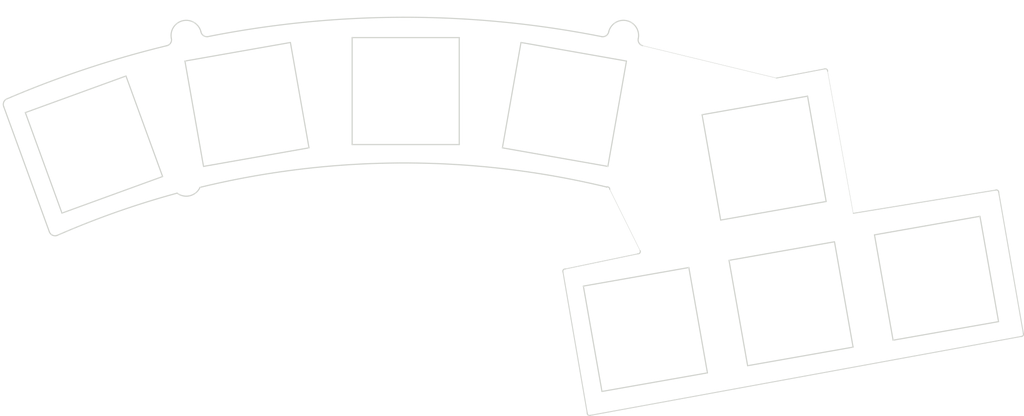
<source format=kicad_pcb>
(kicad_pcb (version 20221018) (generator pcbnew)
  (layers (0 "F.Cu" signal) (31 "B.Cu" signal) (34 "B.Paste" user) (35 "F.Paste" user) (36 "B.SilkS" user "B.Silkscreen") (37 "F.SilkS" user "F.Silkscreen") (38 "B.Mask" user) (39 "F.Mask" user) (44 "Edge.Cuts" user))
  (net 0 "")
  (footprint "" (layer "F.Cu") (at 41.0764 105.016604)
    (fp_text reference "" (at 0 0) (layer "F.SilkS") (effects (font (size 1.27 1.27))))
    (fp_text value "" (at 0 0) (layer "F.SilkS") (effects (font (size 1.27 1.27))))
  )
  (footprint "#footprint:Keyswitch_Plate_Hole" (layer "F.Cu") (at 69.6264 92.166604)
    (fp_text reference "SW28" hide)
    (fp_text value "SW_Push" hide)
    (fp_line (start -7 -7) (end -7 7) (stroke (width 0.15)) (layer "Edge.Cuts"))
    (fp_line (start 7 -7) (end -7 -7) (stroke (width 0.15)) (layer "Edge.Cuts"))
    (fp_line (start 7 -7) (end 7 7) (stroke (width 0.15)) (layer "Edge.Cuts"))
    (fp_line (start 7 7) (end -7 7) (stroke (width 0.15)) (layer "Edge.Cuts"))
  )
  (footprint "" (layer "F.Cu") (at 60.376406 99.766601)
    (fp_text reference "" (at 0 0) (layer "F.SilkS") (effects (font (size 1.27 1.27))))
    (fp_text value "" (at 0 0) (layer "F.SilkS") (effects (font (size 1.27 1.27))))
  )
  (footprint "#footprint:M2_Hole" (layer "F.Cu") (at 71.979992 82.516049)
    (fp_text reference "H9" hide)
    (fp_text value "MountingHole" hide)
    (pad "" np_thru_hole circle (at -30.979992 21.483951) (size 1.95 1.95) (drill 1.95) (layers "*.Cu" "*.Mask"))
  )
  (footprint "" (layer "F.Cu") (at 97.9764 85.716604)
    (fp_text reference "" (at 0 0) (layer "F.SilkS") (effects (font (size 1.27 1.27))))
    (fp_text value "" (at 0 0) (layer "F.SilkS") (effects (font (size 1.27 1.27))))
  )
  (footprint "#footprint:M2_Hole" (layer "F.Cu") (at 98.088137 103.938863)
    (fp_text reference "H8" hide)
    (fp_text value "MountingHole" hide)
    (pad "" np_thru_hole circle (at 0 0) (size 1.95 1.95) (drill 1.95) (layers "*.Cu" "*.Mask"))
    (pad "" np_thru_hole circle (at 12.911863 18.061137) (size 1.95 1.95) (drill 1.95) (layers "*.Cu" "*.Mask"))
    (pad "" np_thru_hole circle (at 19.911863 6.061137) (size 1.95 1.95) (drill 1.95) (layers "*.Cu" "*.Mask"))
    (pad "" np_thru_hole circle (at 31.911863 15.061137) (size 1.95 1.95) (drill 1.95) (layers "*.Cu" "*.Mask"))
  )
  (footprint "#footprint:Keyswitch_Plate_Hole" (layer "F.Cu") (at 48.8764 93.916604 10)
    (fp_text reference "SW26" hide)
    (fp_text value "SW_Push" hide)
    (fp_line (start -7 -7) (end -7 7) (stroke (width 0.15)) (layer "Edge.Cuts"))
    (fp_line (start 7 -7) (end -7 -7) (stroke (width 0.15)) (layer "Edge.Cuts"))
    (fp_line (start 7 -7) (end 7 7) (stroke (width 0.15)) (layer "Edge.Cuts"))
    (fp_line (start 7 7) (end -7 7) (stroke (width 0.15)) (layer "Edge.Cuts"))
  )
  (footprint "#footprint:Keyswitch_Plate_Hole" (layer "F.Cu") (at 90.3764 93.916604 -10)
    (fp_text reference "SW29" hide)
    (fp_text value "SW_Push" hide)
    (fp_line (start -7 -7) (end -7 7) (stroke (width 0.15)) (layer "Edge.Cuts"))
    (fp_line (start 7 -7) (end -7 -7) (stroke (width 0.15)) (layer "Edge.Cuts"))
    (fp_line (start 7 -7) (end 7 7) (stroke (width 0.15)) (layer "Edge.Cuts"))
    (fp_line (start 7 7) (end -7 7) (stroke (width 0.15)) (layer "Edge.Cuts"))
  )
  (footprint "" (layer "F.Cu") (at 98.0764 103.316604)
    (fp_text reference "" (at 0 0) (layer "F.SilkS") (effects (font (size 1.27 1.27))))
    (fp_text value "" (at 0 0) (layer "F.SilkS") (effects (font (size 1.27 1.27))))
  )
  (footprint "#footprint:M2_Hole" (layer "F.Cu") (at 79.038142 99.573238)
    (fp_text reference "H9" hide)
    (fp_text value "MountingHole" hide)
    (pad "" np_thru_hole circle (at 0 0) (size 1.95 1.95) (drill 1.95) (layers "*.Cu" "*.Mask"))
  )
  (footprint "#footprint:M2_Hole" (layer "F.Cu") (at 59.98814 99.573238)
    (fp_text reference "H9" hide)
    (fp_text value "MountingHole" hide)
    (pad "" np_thru_hole circle (at 0 0) (size 1.95 1.95) (drill 1.95) (layers "*.Cu" "*.Mask"))
  )
  (footprint "#footprint:M2_Hole" (layer "F.Cu") (at 98.088089 84.889099)
    (fp_text reference "H7" hide)
    (fp_text value "MountingHole" hide)
    (pad "" np_thru_hole circle (at 0 0) (size 1.95 1.95) (drill 1.95) (layers "*.Cu" "*.Mask"))
  )
  (footprint "#footprint:Keyswitch_Plate_Hole" (layer "F.Cu") (at 116.48 100.94 10)
    (fp_text reference "SW26" hide)
    (fp_text value "SW_Push" hide)
    (fp_line (start -7 -7) (end -7 7) (stroke (width 0.15)) (layer "Edge.Cuts"))
    (fp_line (start 7 -7) (end -7 -7) (stroke (width 0.15)) (layer "Edge.Cuts"))
    (fp_line (start 7 -7) (end 7 7) (stroke (width 0.15)) (layer "Edge.Cuts"))
    (fp_line (start 7 7) (end -7 7) (stroke (width 0.15)) (layer "Edge.Cuts"))
  )
  (footprint "#footprint:Keyswitch_Plate_Hole" (layer "F.Cu") (at 28.8764 99.166604 20)
    (fp_text reference "SW26" hide)
    (fp_text value "SW_Push" hide)
    (fp_line (start -7 -7) (end -7 7) (stroke (width 0.15)) (layer "Edge.Cuts"))
    (fp_line (start 7 -7) (end -7 -7) (stroke (width 0.15)) (layer "Edge.Cuts"))
    (fp_line (start 7 -7) (end 7 7) (stroke (width 0.15)) (layer "Edge.Cuts"))
    (fp_line (start 7 7) (end -7 7) (stroke (width 0.15)) (layer "Edge.Cuts"))
  )
  (footprint "#footprint:M2_Hole" (layer "F.Cu") (at 59.988143 99.57324)
    (fp_text reference "H9" hide)
    (fp_text value "MountingHole" hide)
    (pad "" np_thru_hole circle (at 0 0) (size 1.95 1.95) (drill 1.95) (layers "*.Cu" "*.Mask"))
  )
  (footprint "#footprint:M2_Hole" (layer "F.Cu") (at 79.038139 99.573236)
    (fp_text reference "H9" hide)
    (fp_text value "MountingHole" hide)
    (pad "" np_thru_hole circle (at 0 0) (size 1.95 1.95) (drill 1.95) (layers "*.Cu" "*.Mask"))
  )
  (footprint "#footprint:Keyswitch_Plate_Hole" (layer "F.Cu") (at 139.0157 116.6628 10)
    (fp_text reference "SW26" hide)
    (fp_text value "SW_Push" hide)
    (fp_line (start -7 -7) (end -7 7) (stroke (width 0.15)) (layer "Edge.Cuts"))
    (fp_line (start 7 -7) (end -7 -7) (stroke (width 0.15)) (layer "Edge.Cuts"))
    (fp_line (start 7 -7) (end 7 7) (stroke (width 0.15)) (layer "Edge.Cuts"))
    (fp_line (start 7 7) (end -7 7) (stroke (width 0.15)) (layer "Edge.Cuts"))
  )
  (footprint "#footprint:M2_Hole" (layer "F.Cu") (at 40.938132 103.938866)
    (fp_text reference "H9" hide)
    (fp_text value "MountingHole" hide)
  )
  (footprint "#footprint:Keyswitch_Plate_Hole" (layer "F.Cu") (at 100.96 123.37 10)
    (fp_text reference "SW26" hide)
    (fp_text value "SW_Push" hide)
    (fp_line (start -7 -7) (end -7 7) (stroke (width 0.15)) (layer "Edge.Cuts"))
    (fp_line (start 7 -7) (end -7 -7) (stroke (width 0.15)) (layer "Edge.Cuts"))
    (fp_line (start 7 -7) (end 7 7) (stroke (width 0.15)) (layer "Edge.Cuts"))
    (fp_line (start 7 7) (end -7 7) (stroke (width 0.15)) (layer "Edge.Cuts"))
  )
  (footprint "#footprint:Keyswitch_Plate_Hole" (layer "F.Cu") (at 120 120 10)
    (fp_text reference "SW26" hide)
    (fp_text value "SW_Push" hide)
    (fp_line (start -7 -7) (end -7 7) (stroke (width 0.15)) (layer "Edge.Cuts"))
    (fp_line (start 7 -7) (end -7 -7) (stroke (width 0.15)) (layer "Edge.Cuts"))
    (fp_line (start 7 -7) (end 7 7) (stroke (width 0.15)) (layer "Edge.Cuts"))
    (fp_line (start 7 7) (end -7 7) (stroke (width 0.15)) (layer "Edge.Cuts"))
  )
  (footprint "#footprint:M2_Hole" (layer "F.Cu") (at 40.938137 84.888866)
    (fp_text reference "H10" hide)
    (fp_text value "MountingHole" hide)
    (pad "" np_thru_hole circle (at 0 0) (size 1.95 1.95) (drill 1.95) (layers "*.Cu" "*.Mask"))
  )
  (gr_arc (start 100.2764 113.066604) (mid 100.23548 113.348448) (end 99.9764 113.466604) (stroke (width 0.15)) (layer "Edge.Cuts"))
  (gr_arc (start 100.598323 86.225731) (mid 100.116358 85.855913) (end 100.037057 85.253591) (stroke (width 0.15)) (layer "Edge.Cuts"))
  (gr_arc (start 150.36734 123.884809) (mid 150.32642 124.166631) (end 150.06734 124.284809) (stroke (width 0.15)) (layer "Edge.Cuts"))
  (gr_line (start 128.1264 108.166604) (end 124.7764 89.566604) (stroke (width 0.05)) (layer "Edge.Cuts"))
  (gr_arc (start 17.547654 93.165958) (mid 27.842883 89.25925) (end 38.427526 86.222898) (stroke (width 0.15)) (layer "Edge.Cuts"))
  (gr_arc (start 38.988792 85.250758) (mid 40.509571 82.953281) (end 42.858317 84.393614) (stroke (width 0.15)) (layer "Edge.Cuts"))
  (gr_arc (start 38.988792 85.250758) (mid 38.9095 85.853073) (end 38.427526 86.222898) (stroke (width 0.15)) (layer "Edge.Cuts"))
  (gr_arc (start 43.77784 85.037471) (mid 43.184772 84.905941) (end 42.858317 84.393614) (stroke (width 0.15)) (layer "Edge.Cuts"))
  (gr_arc (start 146.744605 105.125664) (mid 147.026427 105.166584) (end 147.144605 105.425664) (stroke (width 0.15)) (layer "Edge.Cuts"))
  (gr_arc (start 17.073255 94.183318) (mid 17.097448 93.575318) (end 17.547654 93.165958) (stroke (width 0.15)) (layer "Edge.Cuts"))
  (gr_line (start 90.18546 115.848399) (end 93.358195 134.307544) (stroke (width 0.12)) (layer "Edge.Cuts"))
  (gr_arc (start 24.061482 111.058216) (mid 31.80295 108.004337) (end 39.747516 105.526361) (stroke (width 0.15)) (layer "Edge.Cuts"))
  (gr_line (start 100.598323 86.225731) (end 118.0764 90.466604) (stroke (width 0.05)) (layer "Edge.Cuts"))
  (gr_line (start 90.48546 115.448399) (end 99.9764 113.466604) (stroke (width 0.1)) (layer "Edge.Cuts"))
  (gr_arc (start 24.061482 111.058216) (mid 23.454532 111.031716) (end 23.044127 110.583813) (stroke (width 0.15)) (layer "Edge.Cuts"))
  (gr_arc (start 96.167532 84.396447) (mid 95.841094 84.908766) (end 95.248009 85.040304) (stroke (width 0.15)) (layer "Edge.Cuts"))
  (gr_arc (start 42.741248 104.767443) (mid 69.315434 101.575793) (end 95.894605 104.725664) (stroke (width 0.15)) (layer "Edge.Cuts"))
  (gr_arc (start 90.18546 115.848399) (mid 90.22638 115.566577) (end 90.48546 115.448399) (stroke (width 0.15)) (layer "Edge.Cuts"))
  (gr_line (start 96.294605 105.025664) (end 100.2764 113.066604) (stroke (width 0.05)) (layer "Edge.Cuts"))
  (gr_line (start 146.744605 105.125664) (end 128.1264 108.166604) (stroke (width 0.12)) (layer "Edge.Cuts"))
  (gr_arc (start 95.894605 104.725664) (mid 96.176427 104.766584) (end 96.294605 105.025664) (stroke (width 0.15)) (layer "Edge.Cuts"))
  (gr_arc (start 42.741248 104.767445) (mid 41.425777 105.862429) (end 39.747516 105.526361) (stroke (width 0.15)) (layer "Edge.Cuts"))
  (gr_arc (start 96.167531 84.396447) (mid 98.516912 82.953354) (end 100.037057 85.253591) (stroke (width 0.15)) (layer "Edge.Cuts"))
  (gr_arc (start 93.758195 134.607544) (mid 93.476373 134.566624) (end 93.358195 134.307544) (stroke (width 0.15)) (layer "Edge.Cuts"))
  (gr_line (start 93.758195 134.607544) (end 150.06734 124.284809) (stroke (width 0.12)) (layer "Edge.Cuts"))
  (gr_arc (start 124.3764 89.266604) (mid 124.658244 89.307524) (end 124.7764 89.566604) (stroke (width 0.15)) (layer "Edge.Cuts"))
  (gr_line (start 150.36734 123.884809) (end 147.144605 105.425664) (stroke (width 0.12)) (layer "Edge.Cuts"))
  (gr_line (start 23.044127 110.583813) (end 17.073255 94.183318) (stroke (width 0.15)) (layer "Edge.Cuts"))
  (gr_arc (start 43.77784 85.037471) (mid 69.513064 82.507443) (end 95.248009 85.040304) (stroke (width 0.15)) (layer "Edge.Cuts"))
  (gr_line (start 124.3764 89.266604) (end 118.0764 90.466604) (stroke (width 0.12)) (layer "Edge.Cuts"))
)
</source>
